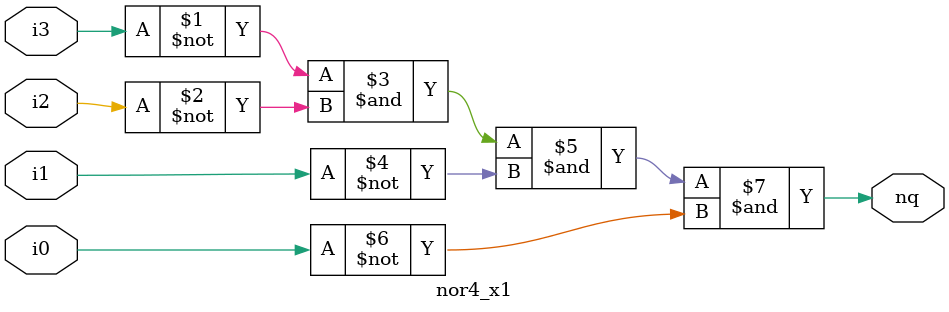
<source format=v>
/*                                                                      */
/*  Avertec Release v3.4p5 (64 bits on Linux 6.7.12+bpo-amd64)          */
/*  [AVT_only] host: fsdev                                              */
/*  [AVT_only] arch: x86_64                                             */
/*  [AVT_only] path: /opt/tasyag-3.4p5/bin/avt_shell                    */
/*  argv:                                                               */
/*                                                                      */
/*  User: verhaegs                                                      */
/*  Generation date Tue Sep 24 13:35:35 2024                            */
/*                                                                      */
/*  Verilog data flow description generated from `nor4_x1`              */
/*                                                                      */


`timescale 1 ps/1 ps

module nor4_x1 (nq, i0, i1, i2, i3);

  output nq;
  input  i0;
  input  i1;
  input  i2;
  input  i3;


  assign nq = (~(i3) & ~(i2) & ~(i1) & ~(i0));

endmodule

</source>
